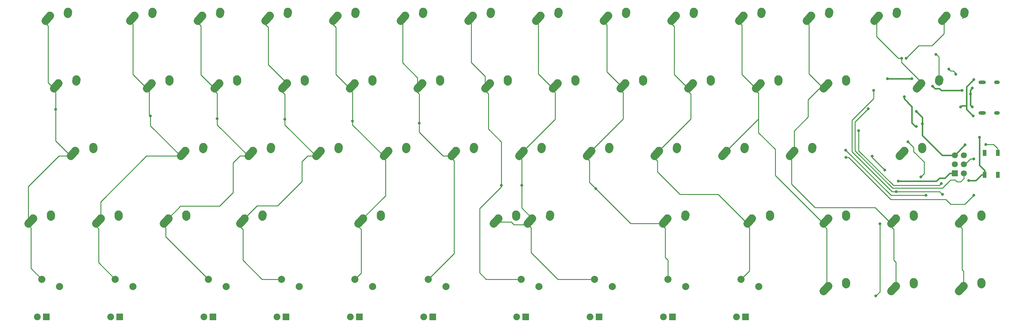
<source format=gtl>
G04 #@! TF.GenerationSoftware,KiCad,Pcbnew,(5.1.4-0-10_14)*
G04 #@! TF.CreationDate,2020-01-19T01:37:33+09:00*
G04 #@! TF.ProjectId,dombrick60d,646f6d62-7269-4636-9b36-30642e6b6963,rev?*
G04 #@! TF.SameCoordinates,Original*
G04 #@! TF.FileFunction,Copper,L1,Top*
G04 #@! TF.FilePolarity,Positive*
%FSLAX46Y46*%
G04 Gerber Fmt 4.6, Leading zero omitted, Abs format (unit mm)*
G04 Created by KiCad (PCBNEW (5.1.4-0-10_14)) date 2020-01-19 01:37:33*
%MOMM*%
%LPD*%
G04 APERTURE LIST*
%ADD10C,2.250000*%
%ADD11C,2.250000*%
%ADD12O,2.100000X1.000000*%
%ADD13O,1.600000X1.000000*%
%ADD14R,1.100000X1.800000*%
%ADD15R,1.905000X1.905000*%
%ADD16C,1.905000*%
%ADD17C,2.000000*%
%ADD18R,1.700000X1.700000*%
%ADD19C,1.700000*%
%ADD20C,0.800000*%
%ADD21C,0.381000*%
%ADD22C,0.254000*%
G04 APERTURE END LIST*
D10*
X268962500Y-29337500D03*
X268307501Y-30067500D03*
D11*
X267652500Y-30797500D02*
X268962502Y-29337500D01*
D10*
X274002500Y-28257500D03*
X273982500Y-28547500D03*
D11*
X273962500Y-28837500D02*
X274002500Y-28257500D01*
D10*
X288012500Y-29337500D03*
X287357501Y-30067500D03*
D11*
X286702500Y-30797500D02*
X288012502Y-29337500D01*
D10*
X293052500Y-28257500D03*
X293032500Y-28547500D03*
D11*
X293012500Y-28837500D02*
X293052500Y-28257500D01*
D10*
X280868750Y-48387500D03*
X280213751Y-49117500D03*
D11*
X279558750Y-49847500D02*
X280868752Y-48387500D01*
D10*
X285908750Y-47307500D03*
X285888750Y-47597500D03*
D11*
X285868750Y-47887500D02*
X285908750Y-47307500D01*
D10*
X292775000Y-86487500D03*
X292120001Y-87217500D03*
D11*
X291465000Y-87947500D02*
X292775002Y-86487500D01*
D10*
X297815000Y-85407500D03*
X297795000Y-85697500D03*
D11*
X297775000Y-85987500D02*
X297815000Y-85407500D01*
D10*
X276106250Y-67437500D03*
X275451251Y-68167500D03*
D11*
X274796250Y-68897500D02*
X276106252Y-67437500D01*
D10*
X281146250Y-66357500D03*
X281126250Y-66647500D03*
D11*
X281106250Y-66937500D02*
X281146250Y-66357500D01*
D10*
X249912500Y-29337500D03*
X249257501Y-30067500D03*
D11*
X248602500Y-30797500D02*
X249912502Y-29337500D01*
D10*
X254952500Y-28257500D03*
X254932500Y-28547500D03*
D11*
X254912500Y-28837500D02*
X254952500Y-28257500D01*
D10*
X159425000Y-48387500D03*
X158770001Y-49117500D03*
D11*
X158115000Y-49847500D02*
X159425002Y-48387500D01*
D10*
X164465000Y-47307500D03*
X164445000Y-47597500D03*
D11*
X164425000Y-47887500D02*
X164465000Y-47307500D01*
D10*
X178475000Y-48387500D03*
X177820001Y-49117500D03*
D11*
X177165000Y-49847500D02*
X178475002Y-48387500D01*
D10*
X183515000Y-47307500D03*
X183495000Y-47597500D03*
D11*
X183475000Y-47887500D02*
X183515000Y-47307500D01*
D12*
X298020000Y-48131000D03*
X298020000Y-56771000D03*
D13*
X302200000Y-48131000D03*
X302200000Y-56771000D03*
D14*
X298759000Y-68020000D03*
X302459000Y-74220000D03*
X302459000Y-68020000D03*
X298759000Y-74220000D03*
D10*
X161806250Y-86487500D03*
X161151251Y-87217500D03*
D11*
X160496250Y-87947500D02*
X161806252Y-86487500D01*
D10*
X166846250Y-85407500D03*
X166826250Y-85697500D03*
D11*
X166806250Y-85987500D02*
X166846250Y-85407500D01*
D10*
X292775000Y-105537500D03*
X292120001Y-106267500D03*
D11*
X291465000Y-106997500D02*
X292775002Y-105537500D01*
D10*
X297815000Y-104457500D03*
X297795000Y-104747500D03*
D11*
X297775000Y-105037500D02*
X297815000Y-104457500D01*
D10*
X273725000Y-105537500D03*
X273070001Y-106267500D03*
D11*
X272415000Y-106997500D02*
X273725002Y-105537500D01*
D10*
X278765000Y-104457500D03*
X278745000Y-104747500D03*
D11*
X278725000Y-105037500D02*
X278765000Y-104457500D01*
D10*
X254675000Y-105537500D03*
X254020001Y-106267500D03*
D11*
X253365000Y-106997500D02*
X254675002Y-105537500D01*
D10*
X259715000Y-104457500D03*
X259695000Y-104747500D03*
D11*
X259675000Y-105037500D02*
X259715000Y-104457500D01*
D15*
X231457500Y-114237500D03*
D16*
X228917500Y-114237500D03*
D17*
X235187500Y-105737500D03*
X230187500Y-103637500D03*
D15*
X210820000Y-114237500D03*
D16*
X208280000Y-114237500D03*
D17*
X214550000Y-105737500D03*
X209550000Y-103637500D03*
D15*
X190182500Y-114237500D03*
D16*
X187642500Y-114237500D03*
D17*
X193912500Y-105737500D03*
X188912500Y-103637500D03*
D15*
X169545000Y-114237500D03*
D16*
X167005000Y-114237500D03*
D17*
X173275000Y-105737500D03*
X168275000Y-103637500D03*
D15*
X143351250Y-114237500D03*
D16*
X140811250Y-114237500D03*
D17*
X147081250Y-105737500D03*
X142081250Y-103637500D03*
D15*
X122713750Y-114237500D03*
D16*
X120173750Y-114237500D03*
D17*
X126443750Y-105737500D03*
X121443750Y-103637500D03*
D15*
X102076250Y-114237500D03*
D16*
X99536250Y-114237500D03*
D17*
X105806250Y-105737500D03*
X100806250Y-103637500D03*
D15*
X81438750Y-114237500D03*
D16*
X78898750Y-114237500D03*
D17*
X85168750Y-105737500D03*
X80168750Y-103637500D03*
D15*
X55245000Y-114237500D03*
D16*
X52705000Y-114237500D03*
D17*
X58975000Y-105737500D03*
X53975000Y-103637500D03*
D15*
X34607500Y-114237500D03*
D16*
X32067500Y-114237500D03*
D17*
X38337500Y-105737500D03*
X33337500Y-103637500D03*
D10*
X273725000Y-86487500D03*
X273070001Y-87217500D03*
D11*
X272415000Y-87947500D02*
X273725002Y-86487500D01*
D10*
X278765000Y-85407500D03*
X278745000Y-85697500D03*
D11*
X278725000Y-85987500D02*
X278765000Y-85407500D01*
D10*
X254675000Y-86487500D03*
X254020001Y-87217500D03*
D11*
X253365000Y-87947500D02*
X254675002Y-86487500D01*
D10*
X259715000Y-85407500D03*
X259695000Y-85697500D03*
D11*
X259675000Y-85987500D02*
X259715000Y-85407500D01*
D10*
X233243750Y-86487500D03*
X232588751Y-87217500D03*
D11*
X231933750Y-87947500D02*
X233243752Y-86487500D01*
D10*
X238283750Y-85407500D03*
X238263750Y-85697500D03*
D11*
X238243750Y-85987500D02*
X238283750Y-85407500D01*
D10*
X209431250Y-86487500D03*
X208776251Y-87217500D03*
D11*
X208121250Y-87947500D02*
X209431252Y-86487500D01*
D10*
X214471250Y-85407500D03*
X214451250Y-85697500D03*
D11*
X214431250Y-85987500D02*
X214471250Y-85407500D01*
D10*
X171331250Y-86487500D03*
X170676251Y-87217500D03*
D11*
X170021250Y-87947500D02*
X171331252Y-86487500D01*
D10*
X176371250Y-85407500D03*
X176351250Y-85697500D03*
D11*
X176331250Y-85987500D02*
X176371250Y-85407500D01*
D10*
X123706250Y-86487500D03*
X123051251Y-87217500D03*
D11*
X122396250Y-87947500D02*
X123706252Y-86487500D01*
D10*
X128746250Y-85407500D03*
X128726250Y-85697500D03*
D11*
X128706250Y-85987500D02*
X128746250Y-85407500D01*
D10*
X90368750Y-86487500D03*
X89713751Y-87217500D03*
D11*
X89058750Y-87947500D02*
X90368752Y-86487500D01*
D10*
X95408750Y-85407500D03*
X95388750Y-85697500D03*
D11*
X95368750Y-85987500D02*
X95408750Y-85407500D01*
D10*
X68937500Y-86487500D03*
X68282501Y-87217500D03*
D11*
X67627500Y-87947500D02*
X68937502Y-86487500D01*
D10*
X73977500Y-85407500D03*
X73957500Y-85697500D03*
D11*
X73937500Y-85987500D02*
X73977500Y-85407500D01*
D10*
X49887500Y-86487500D03*
X49232501Y-87217500D03*
D11*
X48577500Y-87947500D02*
X49887502Y-86487500D01*
D10*
X54927500Y-85407500D03*
X54907500Y-85697500D03*
D11*
X54887500Y-85987500D02*
X54927500Y-85407500D01*
D10*
X30837500Y-86487500D03*
X30182501Y-87217500D03*
D11*
X29527500Y-87947500D02*
X30837502Y-86487500D01*
D10*
X35877500Y-85407500D03*
X35857500Y-85697500D03*
D11*
X35837500Y-85987500D02*
X35877500Y-85407500D01*
D10*
X245150000Y-67437500D03*
X244495001Y-68167500D03*
D11*
X243840000Y-68897500D02*
X245150002Y-67437500D01*
D10*
X250190000Y-66357500D03*
X250170000Y-66647500D03*
D11*
X250150000Y-66937500D02*
X250190000Y-66357500D01*
D10*
X226100000Y-67437500D03*
X225445001Y-68167500D03*
D11*
X224790000Y-68897500D02*
X226100002Y-67437500D01*
D10*
X231140000Y-66357500D03*
X231120000Y-66647500D03*
D11*
X231100000Y-66937500D02*
X231140000Y-66357500D01*
D10*
X207050000Y-67437500D03*
X206395001Y-68167500D03*
D11*
X205740000Y-68897500D02*
X207050002Y-67437500D01*
D10*
X212090000Y-66357500D03*
X212070000Y-66647500D03*
D11*
X212050000Y-66937500D02*
X212090000Y-66357500D01*
D10*
X188000000Y-67437500D03*
X187345001Y-68167500D03*
D11*
X186690000Y-68897500D02*
X188000002Y-67437500D01*
D10*
X193040000Y-66357500D03*
X193020000Y-66647500D03*
D11*
X193000000Y-66937500D02*
X193040000Y-66357500D01*
D10*
X168950000Y-67437500D03*
X168295001Y-68167500D03*
D11*
X167640000Y-68897500D02*
X168950002Y-67437500D01*
D10*
X173990000Y-66357500D03*
X173970000Y-66647500D03*
D11*
X173950000Y-66937500D02*
X173990000Y-66357500D01*
D10*
X149900000Y-67437500D03*
X149245001Y-68167500D03*
D11*
X148590000Y-68897500D02*
X149900002Y-67437500D01*
D10*
X154940000Y-66357500D03*
X154920000Y-66647500D03*
D11*
X154900000Y-66937500D02*
X154940000Y-66357500D01*
D10*
X130850000Y-67437500D03*
X130195001Y-68167500D03*
D11*
X129540000Y-68897500D02*
X130850002Y-67437500D01*
D10*
X135890000Y-66357500D03*
X135870000Y-66647500D03*
D11*
X135850000Y-66937500D02*
X135890000Y-66357500D01*
D10*
X111800000Y-67437500D03*
X111145001Y-68167500D03*
D11*
X110490000Y-68897500D02*
X111800002Y-67437500D01*
D10*
X116840000Y-66357500D03*
X116820000Y-66647500D03*
D11*
X116800000Y-66937500D02*
X116840000Y-66357500D01*
D10*
X92750000Y-67437500D03*
X92095001Y-68167500D03*
D11*
X91440000Y-68897500D02*
X92750002Y-67437500D01*
D10*
X97790000Y-66357500D03*
X97770000Y-66647500D03*
D11*
X97750000Y-66937500D02*
X97790000Y-66357500D01*
D10*
X73700000Y-67437500D03*
X73045001Y-68167500D03*
D11*
X72390000Y-68897500D02*
X73700002Y-67437500D01*
D10*
X78740000Y-66357500D03*
X78720000Y-66647500D03*
D11*
X78700000Y-66937500D02*
X78740000Y-66357500D01*
D10*
X42743750Y-67437500D03*
X42088751Y-68167500D03*
D11*
X41433750Y-68897500D02*
X42743752Y-67437500D01*
D10*
X47783750Y-66357500D03*
X47763750Y-66647500D03*
D11*
X47743750Y-66937500D02*
X47783750Y-66357500D01*
D10*
X254675000Y-48387500D03*
X254020001Y-49117500D03*
D11*
X253365000Y-49847500D02*
X254675002Y-48387500D01*
D10*
X259715000Y-47307500D03*
X259695000Y-47597500D03*
D11*
X259675000Y-47887500D02*
X259715000Y-47307500D01*
D10*
X235625000Y-48387500D03*
X234970001Y-49117500D03*
D11*
X234315000Y-49847500D02*
X235625002Y-48387500D01*
D10*
X240665000Y-47307500D03*
X240645000Y-47597500D03*
D11*
X240625000Y-47887500D02*
X240665000Y-47307500D01*
D10*
X216575000Y-48387500D03*
X215920001Y-49117500D03*
D11*
X215265000Y-49847500D02*
X216575002Y-48387500D01*
D10*
X221615000Y-47307500D03*
X221595000Y-47597500D03*
D11*
X221575000Y-47887500D02*
X221615000Y-47307500D01*
D10*
X197525000Y-48387500D03*
X196870001Y-49117500D03*
D11*
X196215000Y-49847500D02*
X197525002Y-48387500D01*
D10*
X202565000Y-47307500D03*
X202545000Y-47597500D03*
D11*
X202525000Y-47887500D02*
X202565000Y-47307500D01*
D10*
X140375000Y-48387500D03*
X139720001Y-49117500D03*
D11*
X139065000Y-49847500D02*
X140375002Y-48387500D01*
D10*
X145415000Y-47307500D03*
X145395000Y-47597500D03*
D11*
X145375000Y-47887500D02*
X145415000Y-47307500D01*
D10*
X121325000Y-48387500D03*
X120670001Y-49117500D03*
D11*
X120015000Y-49847500D02*
X121325002Y-48387500D01*
D10*
X126365000Y-47307500D03*
X126345000Y-47597500D03*
D11*
X126325000Y-47887500D02*
X126365000Y-47307500D01*
D10*
X102275000Y-48387500D03*
X101620001Y-49117500D03*
D11*
X100965000Y-49847500D02*
X102275002Y-48387500D01*
D10*
X107315000Y-47307500D03*
X107295000Y-47597500D03*
D11*
X107275000Y-47887500D02*
X107315000Y-47307500D01*
D10*
X83225000Y-48387500D03*
X82570001Y-49117500D03*
D11*
X81915000Y-49847500D02*
X83225002Y-48387500D01*
D10*
X88265000Y-47307500D03*
X88245000Y-47597500D03*
D11*
X88225000Y-47887500D02*
X88265000Y-47307500D01*
D10*
X64175000Y-48387500D03*
X63520001Y-49117500D03*
D11*
X62865000Y-49847500D02*
X64175002Y-48387500D01*
D10*
X69215000Y-47307500D03*
X69195000Y-47597500D03*
D11*
X69175000Y-47887500D02*
X69215000Y-47307500D01*
D10*
X37981250Y-48387500D03*
X37326251Y-49117500D03*
D11*
X36671250Y-49847500D02*
X37981252Y-48387500D01*
D10*
X43021250Y-47307500D03*
X43001250Y-47597500D03*
D11*
X42981250Y-47887500D02*
X43021250Y-47307500D01*
D10*
X230862500Y-29337500D03*
X230207501Y-30067500D03*
D11*
X229552500Y-30797500D02*
X230862502Y-29337500D01*
D10*
X235902500Y-28257500D03*
X235882500Y-28547500D03*
D11*
X235862500Y-28837500D02*
X235902500Y-28257500D01*
D10*
X211812500Y-29337500D03*
X211157501Y-30067500D03*
D11*
X210502500Y-30797500D02*
X211812502Y-29337500D01*
D10*
X216852500Y-28257500D03*
X216832500Y-28547500D03*
D11*
X216812500Y-28837500D02*
X216852500Y-28257500D01*
D10*
X192762500Y-29337500D03*
X192107501Y-30067500D03*
D11*
X191452500Y-30797500D02*
X192762502Y-29337500D01*
D10*
X197802500Y-28257500D03*
X197782500Y-28547500D03*
D11*
X197762500Y-28837500D02*
X197802500Y-28257500D01*
D10*
X173712500Y-29337500D03*
X173057501Y-30067500D03*
D11*
X172402500Y-30797500D02*
X173712502Y-29337500D01*
D10*
X178752500Y-28257500D03*
X178732500Y-28547500D03*
D11*
X178712500Y-28837500D02*
X178752500Y-28257500D01*
D10*
X154662500Y-29337500D03*
X154007501Y-30067500D03*
D11*
X153352500Y-30797500D02*
X154662502Y-29337500D01*
D10*
X159702500Y-28257500D03*
X159682500Y-28547500D03*
D11*
X159662500Y-28837500D02*
X159702500Y-28257500D01*
D10*
X135612500Y-29337500D03*
X134957501Y-30067500D03*
D11*
X134302500Y-30797500D02*
X135612502Y-29337500D01*
D10*
X140652500Y-28257500D03*
X140632500Y-28547500D03*
D11*
X140612500Y-28837500D02*
X140652500Y-28257500D01*
D10*
X116562500Y-29337500D03*
X115907501Y-30067500D03*
D11*
X115252500Y-30797500D02*
X116562502Y-29337500D01*
D10*
X121602500Y-28257500D03*
X121582500Y-28547500D03*
D11*
X121562500Y-28837500D02*
X121602500Y-28257500D01*
D10*
X97512500Y-29337500D03*
X96857501Y-30067500D03*
D11*
X96202500Y-30797500D02*
X97512502Y-29337500D01*
D10*
X102552500Y-28257500D03*
X102532500Y-28547500D03*
D11*
X102512500Y-28837500D02*
X102552500Y-28257500D01*
D10*
X78462500Y-29337500D03*
X77807501Y-30067500D03*
D11*
X77152500Y-30797500D02*
X78462502Y-29337500D01*
D10*
X83502500Y-28257500D03*
X83482500Y-28547500D03*
D11*
X83462500Y-28837500D02*
X83502500Y-28257500D01*
D10*
X59412500Y-29337500D03*
X58757501Y-30067500D03*
D11*
X58102500Y-30797500D02*
X59412502Y-29337500D01*
D10*
X64452500Y-28257500D03*
X64432500Y-28547500D03*
D11*
X64412500Y-28837500D02*
X64452500Y-28257500D01*
D10*
X35600000Y-29337500D03*
X34945001Y-30067500D03*
D11*
X34290000Y-30797500D02*
X35600002Y-29337500D01*
D10*
X40640000Y-28257500D03*
X40620000Y-28547500D03*
D11*
X40600000Y-28837500D02*
X40640000Y-28257500D01*
D18*
X290322000Y-73787000D03*
D19*
X292862000Y-73787000D03*
X290322000Y-71247000D03*
X292862000Y-71247000D03*
X290322000Y-68707000D03*
X292862000Y-68707000D03*
D20*
X295529000Y-57658000D03*
X291973000Y-55118000D03*
X271399000Y-47117000D03*
X297307000Y-63627000D03*
X274398500Y-75994500D03*
X294259000Y-75819000D03*
X295656000Y-47371000D03*
X278257000Y-47117000D03*
X281178000Y-59817000D03*
X279527000Y-60579000D03*
X293243000Y-65786000D03*
X276098000Y-52197000D03*
X279526996Y-56388000D03*
X284988000Y-40259000D03*
X259651500Y-67246500D03*
X282194000Y-80010000D03*
X268097000Y-108353000D03*
X277114000Y-64897000D03*
X269240000Y-88011000D03*
X280797000Y-74803000D03*
X292354000Y-50419000D03*
X284099000Y-49276000D03*
X295275000Y-55118000D03*
X294760933Y-51441067D03*
X295275000Y-49784000D03*
X299085000Y-65659000D03*
X265938000Y-55626000D03*
X189230000Y-78105000D03*
X37211000Y-55753000D03*
X63881000Y-57658000D03*
X82677000Y-58420000D03*
X101727000Y-58547000D03*
X120777000Y-59055000D03*
X139573000Y-59690000D03*
X263277000Y-61728000D03*
X162687000Y-77216000D03*
X259715000Y-69342004D03*
X295655992Y-80010000D03*
X295656000Y-69723000D03*
X168402000Y-77216000D03*
X275336000Y-41402000D03*
X273812016Y-78994000D03*
X267462000Y-50419000D03*
X286512000Y-76708000D03*
X286893000Y-79756002D03*
X276606000Y-41402000D03*
X290576006Y-45847000D03*
X288671000Y-44450000D03*
X270637000Y-72819500D03*
X267081000Y-68961000D03*
D21*
X293624000Y-54737000D02*
X292354000Y-54737000D01*
X292354000Y-54737000D02*
X291973000Y-55118000D01*
X298759000Y-72939000D02*
X298759000Y-74220000D01*
X297307000Y-71487000D02*
X298759000Y-72939000D01*
X297307000Y-63627000D02*
X297307000Y-71487000D01*
X296291000Y-75819000D02*
X294259000Y-75819000D01*
X297890000Y-74220000D02*
X296291000Y-75819000D01*
X298759000Y-74220000D02*
X297890000Y-74220000D01*
X293624000Y-55753000D02*
X293624000Y-54737000D01*
X295529000Y-57658000D02*
X293624000Y-55753000D01*
X293624000Y-50165000D02*
X293624000Y-54737000D01*
X293624000Y-49403000D02*
X293624000Y-50165000D01*
X295656000Y-47371000D02*
X293624000Y-49403000D01*
X271399000Y-47117000D02*
X277495000Y-47117000D01*
X278257000Y-47117000D02*
X277495000Y-47117000D01*
X274964185Y-75994500D02*
X274398500Y-75994500D01*
X287528000Y-75184000D02*
X286004000Y-75184000D01*
X285193500Y-75994500D02*
X274964185Y-75994500D01*
X286004000Y-75184000D02*
X285193500Y-75994500D01*
X288925000Y-73787000D02*
X287528000Y-75184000D01*
X290322000Y-73787000D02*
X288925000Y-73787000D01*
X290322000Y-68707000D02*
X293243000Y-65786000D01*
X286766000Y-68707000D02*
X290322000Y-68707000D01*
X281178000Y-63119000D02*
X286766000Y-68707000D01*
X281178000Y-59817000D02*
X281178000Y-63119000D01*
X281178000Y-58039004D02*
X279926995Y-56787999D01*
X281178000Y-59817000D02*
X281178000Y-58039004D01*
X279926995Y-56787999D02*
X279526996Y-56388000D01*
X279273000Y-60579000D02*
X279527000Y-60579000D01*
X278257000Y-54991000D02*
X278257000Y-59563000D01*
X278257000Y-59563000D02*
X279273000Y-60579000D01*
X276098000Y-52832000D02*
X278257000Y-54991000D01*
X276098000Y-52197000D02*
X276098000Y-52832000D01*
D22*
X285868750Y-47887500D02*
X285868750Y-41012750D01*
X285868750Y-41012750D02*
X285496000Y-40640000D01*
X285115000Y-40259000D02*
X284988000Y-40259000D01*
X285496000Y-40640000D02*
X285115000Y-40259000D01*
X289687000Y-71247000D02*
X290322000Y-71247000D01*
X281628315Y-80010000D02*
X282194000Y-80010000D01*
X272415000Y-80010000D02*
X281628315Y-80010000D01*
X259651500Y-67246500D02*
X272415000Y-80010000D01*
X268097000Y-108353000D02*
X269240000Y-107210000D01*
X269240000Y-107210000D02*
X269240000Y-88576685D01*
X269240000Y-88576685D02*
X269240000Y-88011000D01*
X278765000Y-66548000D02*
X278765000Y-67691000D01*
X281686000Y-73914000D02*
X280797000Y-74803000D01*
X281686000Y-70612000D02*
X281686000Y-73914000D01*
X278765000Y-67691000D02*
X281686000Y-70612000D01*
X277114000Y-64897000D02*
X278765000Y-66548000D01*
D21*
X286004000Y-49911000D02*
X286512000Y-50419000D01*
X286512000Y-50419000D02*
X292354000Y-50419000D01*
X284734000Y-49911000D02*
X286004000Y-49911000D01*
X284734000Y-49911000D02*
X284099000Y-49276000D01*
X294760933Y-54603933D02*
X295275000Y-55118000D01*
X294760933Y-51441067D02*
X294760933Y-54603933D01*
X294760933Y-50298067D02*
X294760933Y-51441067D01*
X295275000Y-49784000D02*
X294760933Y-50298067D01*
D22*
X280416000Y-77978000D02*
X280670000Y-77978000D01*
X301244000Y-65659000D02*
X299085000Y-65659000D01*
X302459000Y-66874000D02*
X301244000Y-65659000D01*
X302459000Y-68020000D02*
X302459000Y-66874000D01*
X262255000Y-59309000D02*
X265538001Y-56025999D01*
X262255000Y-67437000D02*
X262255000Y-59309000D01*
X272796000Y-77978000D02*
X262255000Y-67437000D01*
X280670000Y-77978000D02*
X272796000Y-77978000D01*
X265538001Y-56025999D02*
X265938000Y-55626000D01*
X211328000Y-45910500D02*
X215265000Y-49847500D01*
X211328000Y-32385000D02*
X211328000Y-45910500D01*
X210502500Y-31559500D02*
X211328000Y-32385000D01*
X210502500Y-30797500D02*
X210502500Y-31559500D01*
X205740000Y-68747500D02*
X205740000Y-68897500D01*
X216027000Y-58460500D02*
X205740000Y-68747500D01*
X216027000Y-51435000D02*
X216027000Y-58460500D01*
X215265000Y-50673000D02*
X216027000Y-51435000D01*
X215265000Y-49847500D02*
X215265000Y-50673000D01*
X205740000Y-68897500D02*
X205740000Y-69469000D01*
X212979000Y-79756000D02*
X223742250Y-79756000D01*
X206629000Y-70358000D02*
X206629000Y-73406000D01*
X205740000Y-69469000D02*
X206629000Y-70358000D01*
X223742250Y-79756000D02*
X231933750Y-87947500D01*
X206629000Y-73406000D02*
X212979000Y-79756000D01*
X231933750Y-87947500D02*
X231933750Y-88550750D01*
X231933750Y-88550750D02*
X232537000Y-89154000D01*
X232537000Y-101288000D02*
X230187500Y-103637500D01*
X232537000Y-89154000D02*
X232537000Y-101288000D01*
X191452500Y-30797500D02*
X191452500Y-31051500D01*
X191452500Y-31051500D02*
X192405000Y-32004000D01*
X192405000Y-32004000D02*
X192405000Y-45212000D01*
X196215000Y-49022000D02*
X196215000Y-49847500D01*
X192405000Y-45212000D02*
X196215000Y-49022000D01*
X186690000Y-68897500D02*
X186690000Y-69469000D01*
X186690000Y-69469000D02*
X187452000Y-70231000D01*
X187452000Y-70231000D02*
X187452000Y-76327000D01*
X199072500Y-87947500D02*
X208121250Y-87947500D01*
X208121250Y-87947500D02*
X208121250Y-88487250D01*
X208121250Y-87947500D02*
X208121250Y-88614250D01*
X208121250Y-88614250D02*
X208788000Y-89281000D01*
X208788000Y-89281000D02*
X208788000Y-97536000D01*
X209550000Y-98298000D02*
X209550000Y-103637500D01*
X208788000Y-97536000D02*
X209550000Y-98298000D01*
X187452000Y-76327000D02*
X189230000Y-78105000D01*
X189230000Y-78105000D02*
X199072500Y-87947500D01*
X196977000Y-58460500D02*
X188000000Y-67437500D01*
X196215000Y-50292000D02*
X196977000Y-51054000D01*
X196977000Y-51054000D02*
X196977000Y-58460500D01*
X196215000Y-49847500D02*
X196215000Y-50292000D01*
X230378000Y-45910500D02*
X234315000Y-49847500D01*
X230378000Y-32004000D02*
X230378000Y-45910500D01*
X229552500Y-31178500D02*
X230378000Y-32004000D01*
X229552500Y-30797500D02*
X229552500Y-31178500D01*
X235077000Y-58460500D02*
X224790000Y-68747500D01*
X224790000Y-68747500D02*
X224790000Y-68897500D01*
X235077000Y-51181000D02*
X235077000Y-58460500D01*
X234315000Y-50419000D02*
X235077000Y-51181000D01*
X234315000Y-49847500D02*
X234315000Y-50419000D01*
X239776000Y-67056000D02*
X239776000Y-74358500D01*
X235077000Y-62357000D02*
X239776000Y-67056000D01*
X239776000Y-74358500D02*
X253365000Y-87947500D01*
X235077000Y-58460500D02*
X235077000Y-62357000D01*
X253365000Y-87947500D02*
X253365000Y-88646000D01*
X254254000Y-106108500D02*
X253365000Y-106997500D01*
X254254000Y-89408000D02*
X254254000Y-106108500D01*
X253365000Y-88519000D02*
X254254000Y-89408000D01*
X253365000Y-87947500D02*
X253365000Y-88519000D01*
X34290000Y-30797500D02*
X34290000Y-31496000D01*
X34290000Y-31496000D02*
X35052000Y-32258000D01*
X35052000Y-48228250D02*
X36671250Y-49847500D01*
X35052000Y-32258000D02*
X35052000Y-48228250D01*
X36671250Y-49847500D02*
X36671250Y-50260250D01*
X36671250Y-50260250D02*
X37211000Y-50800000D01*
X37211000Y-64674750D02*
X41433750Y-68897500D01*
X41433750Y-68897500D02*
X38163500Y-68897500D01*
X29527500Y-77533500D02*
X29527500Y-87947500D01*
X38163500Y-68897500D02*
X29527500Y-77533500D01*
X29527500Y-87947500D02*
X29527500Y-88455500D01*
X29527500Y-88455500D02*
X30226000Y-89154000D01*
X30226000Y-100526000D02*
X33337500Y-103637500D01*
X30226000Y-89154000D02*
X30226000Y-100526000D01*
X37211000Y-50800000D02*
X37211000Y-55753000D01*
X37211000Y-55753000D02*
X37211000Y-64674750D01*
X58102500Y-30797500D02*
X58102500Y-30924500D01*
X58102500Y-30924500D02*
X58928000Y-31750000D01*
X58928000Y-45910500D02*
X62865000Y-49847500D01*
X58928000Y-31750000D02*
X58928000Y-45910500D01*
X63881000Y-60388500D02*
X72390000Y-68897500D01*
X49887500Y-81811500D02*
X49887500Y-86637500D01*
X62801500Y-68897500D02*
X49887500Y-81811500D01*
X49887500Y-86637500D02*
X48577500Y-87947500D01*
X72390000Y-68897500D02*
X62801500Y-68897500D01*
X48577500Y-87947500D02*
X48577500Y-88709500D01*
X48577500Y-88709500D02*
X49276000Y-89408000D01*
X49276000Y-98938500D02*
X53975000Y-103637500D01*
X49276000Y-89408000D02*
X49276000Y-98938500D01*
X63881000Y-57658000D02*
X63881000Y-60388500D01*
X63500000Y-57277000D02*
X63881000Y-57658000D01*
X63500000Y-50546000D02*
X63500000Y-57277000D01*
X62865000Y-49911000D02*
X63500000Y-50546000D01*
X62865000Y-49847500D02*
X62865000Y-49911000D01*
X77152500Y-30797500D02*
X77152500Y-31305500D01*
X77152500Y-31305500D02*
X78105000Y-32258000D01*
X78105000Y-46037500D02*
X81915000Y-49847500D01*
X78105000Y-32258000D02*
X78105000Y-46037500D01*
X81915000Y-49847500D02*
X81915000Y-50546000D01*
X81915000Y-50546000D02*
X82677000Y-51308000D01*
X82677000Y-60134500D02*
X91440000Y-68897500D01*
X72367000Y-83058000D02*
X68937500Y-86487500D01*
X83312000Y-83058000D02*
X72367000Y-83058000D01*
X87122000Y-79248000D02*
X83312000Y-83058000D01*
X87122000Y-70866000D02*
X87122000Y-79248000D01*
X89090500Y-68897500D02*
X87122000Y-70866000D01*
X91440000Y-68897500D02*
X89090500Y-68897500D01*
X67627500Y-87947500D02*
X67627500Y-88582500D01*
X67627500Y-88582500D02*
X68199000Y-89154000D01*
X68199000Y-91667750D02*
X80168750Y-103637500D01*
X68199000Y-89154000D02*
X68199000Y-91667750D01*
X82677000Y-51308000D02*
X82677000Y-58420000D01*
X82677000Y-58420000D02*
X82677000Y-60134500D01*
X97028000Y-32639000D02*
X97028000Y-43140500D01*
X96202500Y-31813500D02*
X97028000Y-32639000D01*
X97028000Y-43140500D02*
X102275000Y-48387500D01*
X96202500Y-30797500D02*
X96202500Y-31813500D01*
X100965000Y-49847500D02*
X100965000Y-50800000D01*
X100965000Y-50800000D02*
X101727000Y-51562000D01*
X101727000Y-60134500D02*
X110490000Y-68897500D01*
X93925250Y-82931000D02*
X89058750Y-87797500D01*
X99695000Y-82931000D02*
X93925250Y-82931000D01*
X89058750Y-87797500D02*
X89058750Y-87947500D01*
X106553000Y-76073000D02*
X99695000Y-82931000D01*
X108140500Y-68897500D02*
X106553000Y-70485000D01*
X106553000Y-70485000D02*
X106553000Y-76073000D01*
X110490000Y-68897500D02*
X108140500Y-68897500D01*
X89058750Y-87947500D02*
X89058750Y-88804750D01*
X89058750Y-88804750D02*
X89916000Y-89662000D01*
X89916000Y-89662000D02*
X89916000Y-98298000D01*
X95255500Y-103637500D02*
X100806250Y-103637500D01*
X89916000Y-98298000D02*
X95255500Y-103637500D01*
X101727000Y-51562000D02*
X101727000Y-58547000D01*
X101727000Y-58547000D02*
X101727000Y-60134500D01*
X115252500Y-30797500D02*
X115252500Y-31813500D01*
X115252500Y-31813500D02*
X116078000Y-32639000D01*
X116078000Y-45910500D02*
X120015000Y-49847500D01*
X116078000Y-32639000D02*
X116078000Y-45910500D01*
X120015000Y-49847500D02*
X120015000Y-50165000D01*
X120015000Y-50165000D02*
X120777000Y-50927000D01*
X120777000Y-60134500D02*
X129540000Y-68897500D01*
X130048000Y-80145750D02*
X122396250Y-87797500D01*
X122396250Y-87797500D02*
X122396250Y-87947500D01*
X130048000Y-70104000D02*
X130048000Y-80145750D01*
X129540000Y-69596000D02*
X130048000Y-70104000D01*
X129540000Y-68897500D02*
X129540000Y-69596000D01*
X122396250Y-87947500D02*
X122396250Y-88741250D01*
X122396250Y-88741250D02*
X123190000Y-89535000D01*
X123190000Y-101891250D02*
X121443750Y-103637500D01*
X123190000Y-89535000D02*
X123190000Y-101891250D01*
X120777000Y-50927000D02*
X120777000Y-59055000D01*
X120777000Y-59055000D02*
X120777000Y-60134500D01*
X139065000Y-49847500D02*
X139065000Y-50927000D01*
X139065000Y-50927000D02*
X139573000Y-51435000D01*
X146240500Y-68897500D02*
X148590000Y-68897500D01*
X139573000Y-62230000D02*
X146240500Y-68897500D01*
X148590000Y-68897500D02*
X148590000Y-69469000D01*
X148590000Y-69469000D02*
X149352000Y-70231000D01*
X149352000Y-96366750D02*
X142081250Y-103637500D01*
X149352000Y-70231000D02*
X149352000Y-96366750D01*
X139573000Y-51435000D02*
X139573000Y-59690000D01*
X139573000Y-59690000D02*
X139573000Y-62230000D01*
X139065000Y-46863000D02*
X139065000Y-49847500D01*
X134874000Y-31750000D02*
X134874000Y-42672000D01*
X134302500Y-31178500D02*
X134874000Y-31750000D01*
X134874000Y-42672000D02*
X139065000Y-46863000D01*
X134302500Y-30797500D02*
X134302500Y-31178500D01*
X153415632Y-30797500D02*
X154178000Y-31559868D01*
X153352500Y-30797500D02*
X153415632Y-30797500D01*
X154178000Y-31559868D02*
X154178000Y-42545000D01*
X158115000Y-46482000D02*
X158115000Y-49847500D01*
X154178000Y-42545000D02*
X158115000Y-46482000D01*
X156591000Y-101854000D02*
X158374500Y-103637500D01*
X156591000Y-83693000D02*
X156591000Y-101854000D01*
X162687000Y-77597000D02*
X156591000Y-83693000D01*
X159044859Y-51348859D02*
X159044859Y-61300141D01*
X159044859Y-61300141D02*
X162687000Y-64942282D01*
X158374500Y-103637500D02*
X168275000Y-103637500D01*
X158115000Y-50419000D02*
X159044859Y-51348859D01*
X158115000Y-49847500D02*
X158115000Y-50419000D01*
X162687000Y-64942282D02*
X162687000Y-77216000D01*
X162687000Y-77216000D02*
X162687000Y-77597000D01*
X294767000Y-69723000D02*
X295656000Y-69723000D01*
X293243000Y-71247000D02*
X294767000Y-69723000D01*
X292862000Y-71247000D02*
X293243000Y-71247000D01*
X293115992Y-82550000D02*
X295255993Y-80409999D01*
X289179000Y-82550000D02*
X293115992Y-82550000D01*
X295255993Y-80409999D02*
X295655992Y-80010000D01*
X260477004Y-69342004D02*
X272288000Y-81153000D01*
X287782000Y-81153000D02*
X289179000Y-82550000D01*
X272288000Y-81153000D02*
X287782000Y-81153000D01*
X259715000Y-69342004D02*
X260477004Y-69342004D01*
X177165000Y-49847500D02*
X177165000Y-50419000D01*
X177165000Y-50419000D02*
X177800000Y-51054000D01*
X167640000Y-68747500D02*
X167640000Y-68897500D01*
X177800000Y-58587500D02*
X167640000Y-68747500D01*
X177800000Y-51054000D02*
X177800000Y-58587500D01*
X167640000Y-68897500D02*
X167640000Y-69977000D01*
X167640000Y-68897500D02*
X167640000Y-69088000D01*
X167640000Y-69088000D02*
X168402000Y-69850000D01*
X168402000Y-83558250D02*
X171331250Y-86487500D01*
X160496250Y-87797500D02*
X160496250Y-87947500D01*
X168402000Y-80645000D02*
X168402000Y-83558250D01*
X171069000Y-96139000D02*
X178567500Y-103637500D01*
X170021250Y-88106250D02*
X171069000Y-89154000D01*
X178567500Y-103637500D02*
X188912500Y-103637500D01*
X171069000Y-89154000D02*
X171069000Y-96139000D01*
X170021250Y-87947500D02*
X170021250Y-88106250D01*
X168402000Y-69850000D02*
X168402000Y-77216000D01*
X168402000Y-77216000D02*
X168402000Y-80645000D01*
X173101000Y-45783500D02*
X177165000Y-49847500D01*
X173101000Y-31877000D02*
X173101000Y-45783500D01*
X172402500Y-31178500D02*
X173101000Y-31877000D01*
X172402500Y-30797500D02*
X172402500Y-31178500D01*
X169703750Y-88265000D02*
X170021250Y-87947500D01*
X160940750Y-87503000D02*
X165481000Y-87503000D01*
X166243000Y-88265000D02*
X169703750Y-88265000D01*
X165481000Y-87503000D02*
X166243000Y-88265000D01*
X160496250Y-87947500D02*
X160940750Y-87503000D01*
X249301000Y-45783500D02*
X253365000Y-49847500D01*
X248602500Y-31178500D02*
X249301000Y-31877000D01*
X249301000Y-31877000D02*
X249301000Y-45783500D01*
X248602500Y-30797500D02*
X248602500Y-31178500D01*
X245150000Y-61809000D02*
X245150000Y-67437500D01*
X249047000Y-53086000D02*
X249047000Y-57912000D01*
X252285500Y-49847500D02*
X249047000Y-53086000D01*
X249047000Y-57912000D02*
X245150000Y-61809000D01*
X253365000Y-49847500D02*
X252285500Y-49847500D01*
X267906500Y-83439000D02*
X272415000Y-87947500D01*
X244348000Y-76835000D02*
X250952000Y-83439000D01*
X243840000Y-68897500D02*
X243840000Y-69596000D01*
X243840000Y-69596000D02*
X244348000Y-70104000D01*
X250952000Y-83439000D02*
X267906500Y-83439000D01*
X244348000Y-70104000D02*
X244348000Y-76835000D01*
X272415000Y-87947500D02*
X272415000Y-88773000D01*
X272415000Y-88773000D02*
X273177000Y-89535000D01*
X273177000Y-89535000D02*
X273177000Y-98298000D01*
X273725000Y-105687500D02*
X272415000Y-106997500D01*
X273725000Y-98846000D02*
X273725000Y-105687500D01*
X273177000Y-98298000D02*
X273725000Y-98846000D01*
X291465000Y-87947500D02*
X291465000Y-88392000D01*
X291465000Y-88392000D02*
X292354000Y-89281000D01*
X292354000Y-89281000D02*
X292354000Y-100965000D01*
X292775000Y-101386000D02*
X292775000Y-105687500D01*
X292354000Y-100965000D02*
X292775000Y-101386000D01*
X292775000Y-105687500D02*
X291465000Y-106997500D01*
X291465000Y-87947500D02*
X291147500Y-87947500D01*
X275336000Y-69437250D02*
X274796250Y-68897500D01*
X274796250Y-69379565D02*
X274796250Y-68897500D01*
X275336000Y-42545000D02*
X275336000Y-41402000D01*
X280868750Y-48077750D02*
X275336000Y-42545000D01*
X280868750Y-48537500D02*
X280868750Y-48077750D01*
X279558750Y-49847500D02*
X280868750Y-48537500D01*
X261366000Y-58801000D02*
X267462000Y-52705000D01*
X267462000Y-52705000D02*
X267462000Y-50419000D01*
X261366000Y-67691000D02*
X261366000Y-58801000D01*
X272669000Y-78994000D02*
X261366000Y-67691000D01*
X273812016Y-78994000D02*
X272669000Y-78994000D01*
X292481000Y-30099000D02*
X293052500Y-29527500D01*
X292862000Y-75311000D02*
X292862000Y-73787000D01*
X290957000Y-76200000D02*
X291973000Y-76200000D01*
X290449000Y-75692000D02*
X290957000Y-76200000D01*
X291973000Y-76200000D02*
X292862000Y-75311000D01*
X286893000Y-77978000D02*
X289179000Y-75692000D01*
X289179000Y-75692000D02*
X290449000Y-75692000D01*
X280670000Y-77978000D02*
X286893000Y-77978000D01*
X286004000Y-77216000D02*
X286512000Y-76708000D01*
X273050000Y-77216000D02*
X286004000Y-77216000D01*
X263277000Y-67443000D02*
X273050000Y-77216000D01*
X263277000Y-61728000D02*
X263277000Y-67443000D01*
X274447000Y-41402000D02*
X275336000Y-41402000D01*
X268351000Y-35306000D02*
X274447000Y-41402000D01*
X268351000Y-31496000D02*
X268351000Y-35306000D01*
X267652500Y-30797500D02*
X268351000Y-31496000D01*
X273812016Y-78994000D02*
X286130998Y-78994000D01*
X286130998Y-78994000D02*
X286493001Y-79356003D01*
X286493001Y-79356003D02*
X286893000Y-79756002D01*
X287274000Y-34417000D02*
X283908500Y-37782500D01*
X287274000Y-31369000D02*
X287274000Y-34417000D01*
X280225500Y-37782500D02*
X276606000Y-41402000D01*
X283908500Y-37782500D02*
X280225500Y-37782500D01*
X286702500Y-30797500D02*
X287274000Y-31369000D01*
X289179000Y-44958000D02*
X288671000Y-44450000D01*
X289941000Y-44958000D02*
X289179000Y-44958000D01*
X290576006Y-45593006D02*
X289941000Y-44958000D01*
X290576006Y-45847000D02*
X290576006Y-45593006D01*
X270637000Y-72819500D02*
X267081000Y-69263500D01*
X267081000Y-69263500D02*
X267081000Y-68961000D01*
M02*

</source>
